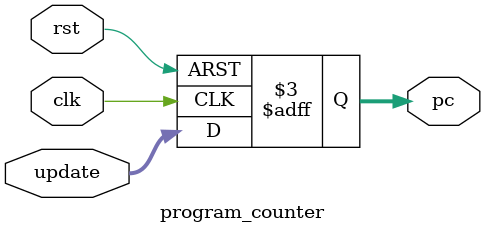
<source format=v>
`timescale 1ns / 1ps

module program_counter(
    input [31:0] update,
    // input [31:0] update_by,
    // input branch,
    // input [15:0] branch_offset,
    input clk,
    input rst,
    output reg [31:0] pc
    );
    
    // parameter INCREMENT_AMOUNT = 32'd4;
    
    initial begin
        pc = 32'd0;
    end
    
    always @(posedge clk or posedge rst)
    begin
        if (rst)
            pc <= 0;
        else /*if (update)
            if (branch)
                pc <= pc + {16'd0,branch_offset};
            else*/
                pc <= update/*_byINCREMENT_AMOUNT*/;
    end
endmodule

</source>
